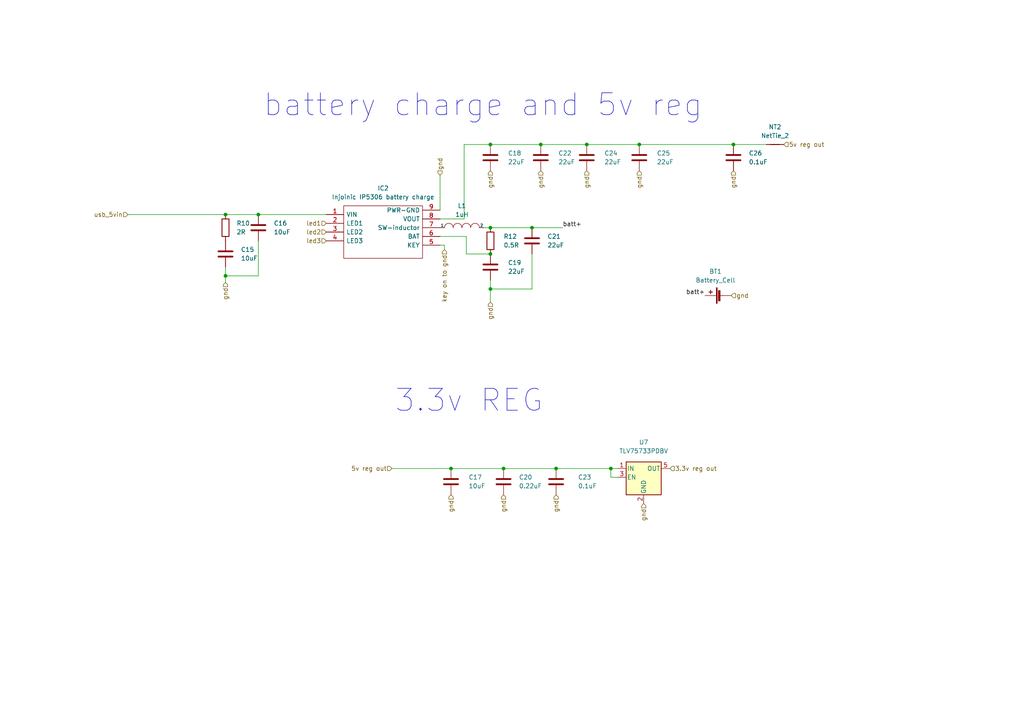
<source format=kicad_sch>
(kicad_sch (version 20211123) (generator eeschema)
  (paper "A4")
  (lib_symbols
    (symbol "Device:Battery_Cell" (pin_numbers hide) (pin_names (offset 0) hide)
      (property "Reference" "BT" (at 2.54 2.54 0))
      (property "Value" "Battery_Cell" (at 2.54 0 0))
      (symbol "Battery_Cell_0_1"
        (rectangle (start -2.286 1.778) (end 2.286 1.524) (fill (type outline)))
        (rectangle (start -1.5748 1.1938) (end 1.4732 0.6858) (fill (type outline)))
        (polyline (pts (xy 0 0.762) (xy 0 0)))
        (polyline (pts (xy 0 1.778) (xy 0 2.54)))
        (polyline (pts (xy 0.508 3.429) (xy 1.524 3.429)) (stroke (width 0.254)))
        (polyline (pts (xy 1.016 3.937) (xy 1.016 2.921)) (stroke (width 0.254)))
      )
      (symbol "Battery_Cell_1_1"
        (pin passive line (at 0 5.08 270) (length 2.54) (name "+") (number "1"))
        (pin passive line (at 0 -2.54 90) (length 2.54) (name "-") (number "2"))
      )
    )
    (symbol "Device:C" (pin_numbers hide) (pin_names (offset 0.254))
      (property "Reference" "C" (at 0.635 2.54 0))
      (property "Value" "C" (at 0.635 -2.54 0))
      (symbol "C_0_1"
        (polyline (pts (xy -2.032 -0.762) (xy 2.032 -0.762)) (stroke (width 0.508)))
        (polyline (pts (xy -2.032 0.762) (xy 2.032 0.762)) (stroke (width 0.508)))
      )
      (symbol "C_1_1"
        (pin passive line (at 0 3.81 270) (length 2.794) (name "~") (number "1"))
        (pin passive line (at 0 -3.81 90) (length 2.794) (name "~") (number "2"))
      )
    )
    (symbol "Device:NetTie_2" (pin_numbers hide) (pin_names (offset 0) hide)
      (property "Reference" "NT" (at 0 1.27 0))
      (property "Value" "NetTie_2" (at 0 -1.27 0))
      (symbol "NetTie_2_0_1"
        (polyline (pts (xy -1.27 0) (xy 1.27 0)) (stroke (width 0.254)))
      )
      (symbol "NetTie_2_1_1"
        (pin passive line (at -2.54 0 0) (length 2.54) (name "1") (number "1"))
        (pin passive line (at 2.54 0 180) (length 2.54) (name "2") (number "2"))
      )
    )
    (symbol "Device:R" (pin_numbers hide) (pin_names (offset 0))
      (property "Reference" "R" (at 2.032 0 90))
      (property "Value" "R" (at 0 0 90))
      (symbol "R_0_1"
        (rectangle (start -1.016 -2.54) (end 1.016 2.54) (stroke (width 0.254)))
      )
      (symbol "R_1_1"
        (pin passive line (at 0 3.81 270) (length 1.27) (name "~") (number "1"))
        (pin passive line (at 0 -3.81 90) (length 1.27) (name "~") (number "2"))
      )
    )
    (symbol "Regulator_Linear:TLV75733PDBV" (pin_names (offset 0.254))
      (property "Reference" "U" (at -3.81 5.715 0))
      (property "Value" "TLV75733PDBV" (at 0 5.715 0))
      (symbol "TLV75733PDBV_0_1"
        (rectangle (start -5.08 4.445) (end 5.08 -5.08) (stroke (width 0.254)) (fill (type background)))
      )
      (symbol "TLV75733PDBV_1_1"
        (pin power_in line (at -7.62 2.54 0) (length 2.54) (name "IN") (number "1"))
        (pin power_in line (at 0 -7.62 90) (length 2.54) (name "GND") (number "2"))
        (pin input line (at -7.62 0 0) (length 2.54) (name "EN") (number "3"))
        (pin no_connect line (at 5.08 0 180) (length 2.54) hide (name "NC") (number "4"))
        (pin power_out line (at 7.62 2.54 180) (length 2.54) (name "OUT") (number "5"))
      )
    )
    (symbol "clarinoid2:Injoinic IP5306 battery charge" (pin_names (offset 0.762))
      (property "Reference" "IC" (at -11.43 10.16 0))
      (property "Value" "Injoinic IP5306 battery charge" (at -11.43 7.62 0))
      (symbol "Injoinic IP5306 battery charge_0_0"
        (pin power_in line (at -16.51 3.81 0) (length 5.08) (name "VIN") (number "1"))
        (pin output line (at -16.51 1.27 0) (length 5.08) (name "LED1") (number "2"))
        (pin output line (at -16.51 -1.27 0) (length 5.08) (name "LED2") (number "3"))
        (pin passive line (at -16.51 -3.81 0) (length 5.08) (name "LED3") (number "4"))
        (pin passive line (at 16.51 -5.08 180) (length 5.08) (name "KEY") (number "5"))
        (pin passive line (at 16.51 -2.54 180) (length 5.08) (name "BAT") (number "6"))
        (pin passive line (at 16.51 0 180) (length 5.08) (name "SW-inductor") (number "7"))
        (pin power_out line (at 16.51 2.54 180) (length 5.08) (name "VOUT") (number "8"))
        (pin power_out line (at 16.51 5.08 180) (length 5.08) (name "PWR-GND") (number "9"))
      )
      (symbol "Injoinic IP5306 battery charge_0_1"
        (polyline (pts (xy -11.43 6.35) (xy 11.43 6.35) (xy 11.43 -8.89) (xy -11.43 -8.89) (xy -11.43 6.35)) (stroke (width 0.1524)))
      )
    )
    (symbol "pspice:INDUCTOR" (pin_numbers hide) (pin_names (offset 0))
      (property "Reference" "L" (at 0 2.54 0))
      (property "Value" "INDUCTOR" (at 0 -1.27 0))
      (symbol "INDUCTOR_0_1"
        (arc (start -2.54 0) (mid -3.81 1.27) (end -5.08 0))
        (arc (start 0 0) (mid -1.27 1.27) (end -2.54 0))
        (arc (start 2.54 0) (mid 1.27 1.27) (end 0 0))
        (arc (start 5.08 0) (mid 3.81 1.27) (end 2.54 0))
      )
      (symbol "INDUCTOR_1_1"
        (pin input line (at -6.35 0 0) (length 1.27) (name "1") (number "1"))
        (pin input line (at 6.35 0 180) (length 1.27) (name "2") (number "2"))
      )
    )
  )
  (junction (at 212.725 41.91))
  (junction (at 65.405 80.01))
  (junction (at 170.18 41.91))
  (junction (at 65.405 62.23))
  (junction (at 177.165 135.89))
  (junction (at 142.24 83.82))
  (junction (at 130.81 135.89))
  (junction (at 156.845 41.91))
  (junction (at 146.05 135.89))
  (junction (at 142.24 66.04))
  (junction (at 161.29 135.89))
  (junction (at 142.24 73.66))
  (junction (at 74.93 62.23))
  (junction (at 142.24 41.91))
  (junction (at 154.305 66.04))
  (junction (at 185.42 41.91))
  (wire (pts (xy 154.305 66.04) (xy 163.195 66.04)))
  (wire (pts (xy 127.635 68.58) (xy 135.255 68.58)))
  (wire (pts (xy 177.165 135.89) (xy 179.07 135.89)))
  (wire (pts (xy 127.635 50.8) (xy 127.635 60.96)))
  (wire (pts (xy 154.305 73.66) (xy 154.305 83.82)))
  (wire (pts (xy 140.335 66.04) (xy 142.24 66.04)))
  (wire (pts (xy 212.725 41.91) (xy 222.25 41.91)))
  (wire (pts (xy 130.81 135.89) (xy 146.05 135.89)))
  (wire (pts (xy 156.845 41.91) (xy 170.18 41.91)))
  (wire (pts (xy 74.93 69.85) (xy 74.93 80.01)))
  (wire (pts (xy 179.07 138.43) (xy 177.165 138.43)))
  (wire (pts (xy 113.665 135.89) (xy 130.81 135.89)))
  (wire (pts (xy 65.405 77.47) (xy 65.405 80.01)))
  (wire (pts (xy 146.05 135.89) (xy 161.29 135.89)))
  (wire (pts (xy 128.905 71.12) (xy 128.905 72.39)))
  (wire (pts (xy 142.24 41.91) (xy 156.845 41.91)))
  (wire (pts (xy 161.29 135.89) (xy 177.165 135.89)))
  (wire (pts (xy 142.24 87.63) (xy 142.24 83.82)))
  (wire (pts (xy 142.24 41.91) (xy 134.62 41.91)))
  (wire (pts (xy 74.93 62.23) (xy 94.615 62.23)))
  (wire (pts (xy 142.24 83.82) (xy 154.305 83.82)))
  (wire (pts (xy 74.93 80.01) (xy 65.405 80.01)))
  (wire (pts (xy 134.62 41.91) (xy 134.62 63.5)))
  (wire (pts (xy 177.165 138.43) (xy 177.165 135.89)))
  (wire (pts (xy 65.405 80.01) (xy 65.405 81.915)))
  (wire (pts (xy 37.084 62.23) (xy 65.405 62.23)))
  (wire (pts (xy 142.24 66.04) (xy 154.305 66.04)))
  (wire (pts (xy 65.405 62.23) (xy 74.93 62.23)))
  (wire (pts (xy 135.255 68.58) (xy 135.255 73.66)))
  (wire (pts (xy 127.635 71.12) (xy 128.905 71.12)))
  (wire (pts (xy 134.62 63.5) (xy 127.635 63.5)))
  (wire (pts (xy 142.24 83.82) (xy 142.24 81.28)))
  (wire (pts (xy 170.18 41.91) (xy 185.42 41.91)))
  (wire (pts (xy 185.42 41.91) (xy 212.725 41.91)))
  (wire (pts (xy 135.255 73.66) (xy 142.24 73.66)))
  (text "battery charge and 5v reg" (at 76.2 34.29 0) (effects (font (size 6.35 6.35)) (justify left bottom)))
  (text "3.3v REG" (at 114.3 120.015 0) (effects (font (size 6.35 6.35)) (justify left bottom)))
  (label "batt+" (at 204.47 85.725 180))
  (label "batt+" (at 163.195 66.04 0))
  (hierarchical_label "gnd" (shape input) (at 130.81 143.51 270))
  (hierarchical_label "gnd" (shape input) (at 185.42 49.53 270))
  (hierarchical_label "gnd" (shape input) (at 127.635 50.8 90))
  (hierarchical_label "gnd" (shape input) (at 186.69 146.05 270))
  (hierarchical_label "usb_5vin" (shape input) (at 37.084 62.23 180))
  (hierarchical_label "5v reg out" (shape input) (at 227.33 41.91 0))
  (hierarchical_label "gnd" (shape input) (at 142.24 49.53 270))
  (hierarchical_label "5v reg out" (shape input) (at 113.665 135.89 180))
  (hierarchical_label "gnd" (shape input) (at 146.05 143.51 270))
  (hierarchical_label "led1" (shape input) (at 94.615 64.77 180))
  (hierarchical_label "led2" (shape input) (at 94.615 67.31 180))
  (hierarchical_label "gnd" (shape input) (at 212.09 85.725 0))
  (hierarchical_label "gnd" (shape input) (at 212.725 49.53 270))
  (hierarchical_label "gnd" (shape input) (at 156.845 49.53 270))
  (hierarchical_label "gnd" (shape input) (at 65.405 81.915 270))
  (hierarchical_label "3.3v reg out" (shape input) (at 194.31 135.89 0))
  (hierarchical_label "gnd" (shape input) (at 142.24 87.63 270))
  (hierarchical_label "gnd" (shape input) (at 161.29 143.51 270))
  (hierarchical_label "gnd" (shape input) (at 170.18 49.53 270))
  (hierarchical_label "led3" (shape input) (at 94.615 69.85 180))
  (hierarchical_label "key on to gnd" (shape input) (at 128.905 72.39 270))
  (symbol (lib_id "Device:NetTie_2") (at 224.79 41.91 0) (unit 1)
    (property "Reference" "NT2" (at 224.79 36.83 0))
    (property "Value" "NetTie_2" (at 224.79 39.37 0))
    (property "Footprint" "NetTie:NetTie-2_SMD_Pad0.5mm" (effects hide))
  )
  (symbol (lib_id "Device:C") (at 142.24 77.47 0) (unit 1)
    (property "Reference" "C19" (at 147.32 76.1999 0) (effects (justify left)))
    (property "Value" "22uF" (at 147.32 78.7399 0) (effects (justify left)))
    (property "Footprint" "Capacitor_SMD:C_0603_1608Metric" (effects hide))
    (property "LCSC part number" "C59461" (effects hide))
    (property "verif" "1" (effects hide))
  )
  (symbol (lib_id "Device:C") (at 130.81 139.7 0) (unit 1)
    (property "Reference" "C17" (at 135.89 138.4299 0) (effects (justify left)))
    (property "Value" "10uF" (at 135.89 140.9699 0) (effects (justify left)))
    (property "Footprint" "Capacitor_SMD:C_0402_1005Metric" (effects hide))
    (property "LCSC part number" "C15525" (effects hide))
    (property "verif" "1" (effects hide))
  )
  (symbol (lib_id "Device:R") (at 65.405 66.04 0) (unit 1)
    (property "Reference" "R10" (at 68.58 64.7699 0) (effects (justify left)))
    (property "Value" "2R" (at 68.58 67.3099 0) (effects (justify left)))
    (property "Footprint" "Resistor_SMD:R_0603_1608Metric" (effects hide))
    (property "LCSC part number" "C22977" (effects hide))
    (property "verif" "1" (effects hide))
  )
  (symbol (lib_id "Device:C") (at 65.405 73.66 0) (unit 1)
    (property "Reference" "C15" (at 69.85 72.3899 0) (effects (justify left)))
    (property "Value" "10uF" (at 69.85 74.9299 0) (effects (justify left)))
    (property "Footprint" "Capacitor_SMD:C_0402_1005Metric" (effects hide))
    (property "LCSC part number" "C15525" (effects hide))
    (property "verif" "1" (effects hide))
  )
  (symbol (lib_id "Device:C") (at 185.42 45.72 0) (unit 1)
    (property "Reference" "C25" (at 190.5 44.4499 0) (effects (justify left)))
    (property "Value" "22uF" (at 190.5 46.9899 0) (effects (justify left)))
    (property "Footprint" "Capacitor_SMD:C_0603_1608Metric" (effects hide))
    (property "LCSC part number" "C59461" (effects hide))
    (property "verif" "1" (effects hide))
  )
  (symbol (lib_id "Device:C") (at 156.845 45.72 0) (unit 1)
    (property "Reference" "C22" (at 161.925 44.4499 0) (effects (justify left)))
    (property "Value" "22uF" (at 161.925 46.9899 0) (effects (justify left)))
    (property "Footprint" "Capacitor_SMD:C_0603_1608Metric" (effects hide))
    (property "LCSC part number" "C59461" (effects hide))
    (property "verif" "1" (effects hide))
  )
  (symbol (lib_id "Device:C") (at 154.305 69.85 0) (unit 1)
    (property "Reference" "C21" (at 158.75 68.5799 0) (effects (justify left)))
    (property "Value" "22uF" (at 158.75 71.1199 0) (effects (justify left)))
    (property "Footprint" "Capacitor_SMD:C_0603_1608Metric" (effects hide))
    (property "LCSC part number" "C59461" (effects hide))
    (property "verif" "1" (effects hide))
  )
  (symbol (lib_id "Device:R") (at 142.24 69.85 0) (unit 1)
    (property "Reference" "R12" (at 146.05 68.5799 0) (effects (justify left)))
    (property "Value" "0.5R" (at 146.05 71.1199 0) (effects (justify left)))
    (property "Footprint" "Resistor_SMD:R_0402_1005Metric" (effects hide))
    (property "LCSC part number" "C880273" (effects hide))
    (property "verif" "1" (effects hide))
  )
  (symbol (lib_id "Device:C") (at 146.05 139.7 0) (unit 1)
    (property "Reference" "C20" (at 150.495 138.4299 0) (effects (justify left)))
    (property "Value" "0.22uF" (at 150.495 140.9699 0) (effects (justify left)))
    (property "Footprint" "Capacitor_SMD:C_0603_1608Metric" (effects hide))
    (property "LCSC part number" "C21120" (effects hide))
    (property "verif" "1" (effects hide))
  )
  (symbol (lib_id "Regulator_Linear:TLV75733PDBV") (at 186.69 138.43 0) (unit 1)
    (property "Reference" "U7" (at 186.69 128.27 0))
    (property "Value" "TLV75733PDBV" (at 186.69 130.81 0))
    (property "Footprint" "Package_TO_SOT_SMD:SOT-23-5" (effects hide))
    (property "Datasheet" "https://www.ti.com/lit/ds/symlink/tlv757p.pdf" (effects hide))
    (property "LCSC part number" "C485517" (effects hide))
    (property "verif" "1" (effects hide))
  )
  (symbol (lib_id "Device:C") (at 212.725 45.72 0) (unit 1)
    (property "Reference" "C26" (at 217.17 44.4499 0) (effects (justify left)))
    (property "Value" "0.1uF" (at 217.17 46.9899 0) (effects (justify left)))
    (property "Footprint" "Capacitor_SMD:C_0402_1005Metric" (effects hide))
    (property "LCSC part number" "C1525" (effects hide))
    (property "verif" "1" (effects hide))
  )
  (symbol (lib_id "Device:C") (at 170.18 45.72 0) (unit 1)
    (property "Reference" "C24" (at 175.26 44.4499 0) (effects (justify left)))
    (property "Value" "22uF" (at 175.26 46.9899 0) (effects (justify left)))
    (property "Footprint" "Capacitor_SMD:C_0603_1608Metric" (effects hide))
    (property "LCSC part number" "C59461" (effects hide))
    (property "verif" "1" (effects hide))
  )
  (symbol (lib_id "clarinoid2:Injoinic IP5306 battery charge") (at 111.125 66.04 0) (unit 1)
    (property "Reference" "IC2" (at 111.125 54.61 0))
    (property "Value" "Injoinic IP5306 battery charge" (at 111.125 57.15 0))
    (property "Footprint" "SamacSys_Parts:SOIC127P599X155-9N" (effects hide))
    (property "Datasheet" "http://www.injoinic.com/wwwroot/uploads/files/20200221/0405f23c247a34d3990ae100c8b20a27.pdf" (effects hide))
    (property "LCSC part number" "C181692" (effects hide))
    (property "verif" "1" (effects hide))
  )
  (symbol (lib_id "pspice:INDUCTOR") (at 133.985 66.04 0) (unit 1)
    (property "Reference" "L1" (at 133.985 59.69 0))
    (property "Value" "1uH" (at 133.985 62.23 0))
    (property "Footprint" "clarinoid2:Inductor_MCS0630-1R0MN2" (effects hide))
    (property "LCSC part number" "C385251" (effects hide))
    (property "verif" "1" (effects hide))
  )
  (symbol (lib_id "Device:C") (at 142.24 45.72 0) (unit 1)
    (property "Reference" "C18" (at 147.32 44.4499 0) (effects (justify left)))
    (property "Value" "22uF" (at 147.32 46.9899 0) (effects (justify left)))
    (property "Footprint" "Capacitor_SMD:C_0603_1608Metric" (effects hide))
    (property "LCSC part number" "C59461" (effects hide))
    (property "verif" "1" (effects hide))
  )
  (symbol (lib_id "Device:C") (at 74.93 66.04 0) (unit 1)
    (property "Reference" "C16" (at 79.375 64.7699 0) (effects (justify left)))
    (property "Value" "10uF" (at 79.375 67.3099 0) (effects (justify left)))
    (property "Footprint" "Capacitor_SMD:C_0402_1005Metric" (effects hide))
    (property "LCSC part number" "C15525" (effects hide))
    (property "verif" "1" (effects hide))
  )
  (symbol (lib_id "Device:Battery_Cell") (at 209.55 85.725 90) (unit 1) (in_bom no)
    (property "Reference" "BT1" (at 207.518 78.74 90))
    (property "Value" "Battery_Cell" (at 207.518 81.28 90))
    (property "Footprint" "Battery:BatteryHolder_Keystone_1042_1x18650" (effects hide))
    (property "LCSC part number" "-" (effects hide))
    (property "verif" "1" (effects hide))
  )
  (symbol (lib_id "Device:C") (at 161.29 139.7 0) (unit 1)
    (property "Reference" "C23" (at 167.64 138.4299 0) (effects (justify left)))
    (property "Value" "0.1uF" (at 167.64 140.9699 0) (effects (justify left)))
    (property "Footprint" "Capacitor_SMD:C_0603_1608Metric" (effects hide))
    (property "LCSC part number" "C14663" (effects hide))
    (property "verif" "1" (effects hide))
  )
)
</source>
